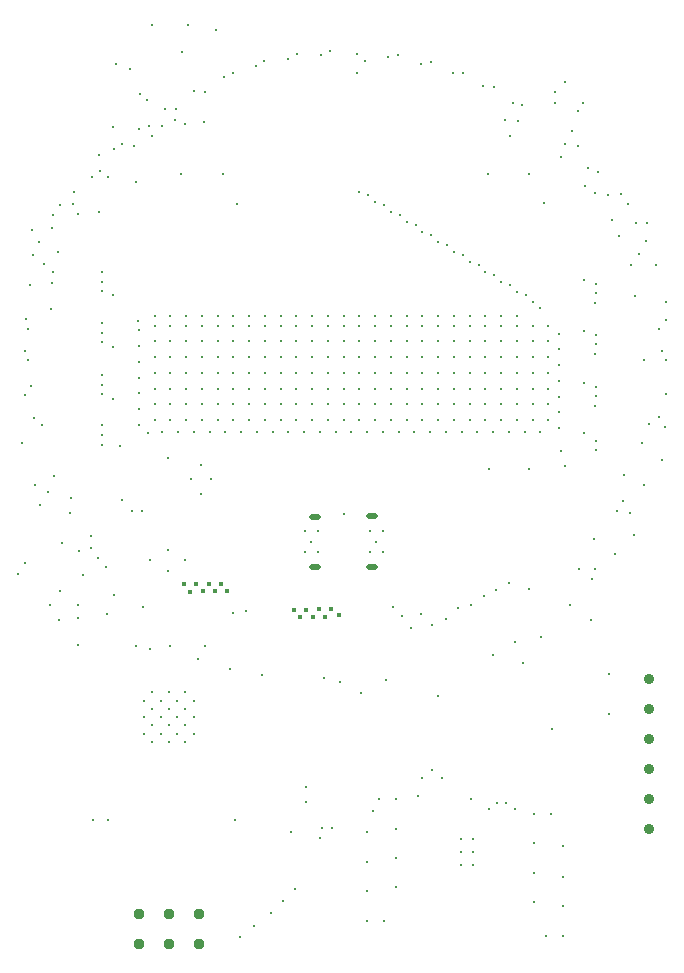
<source format=gbr>
%TF.GenerationSoftware,Altium Limited,Altium Designer,25.4.2 (15)*%
G04 Layer_Color=0*
%FSLAX45Y45*%
%MOMM*%
%TF.SameCoordinates,81630B90-A891-4B4D-9F54-97E9C8775566*%
%TF.FilePolarity,Positive*%
%TF.FileFunction,Plated,1,4,PTH,Drill*%
%TF.Part,Single*%
G01*
G75*
%TA.AperFunction,ComponentDrill*%
%ADD145C,0.30000*%
%ADD146C,0.95000*%
%ADD147O,1.00000X0.50000*%
%TA.AperFunction,ViaDrill,NotFilled*%
%ADD148C,0.30000*%
%ADD149C,0.40000*%
%ADD150C,0.90000*%
D145*
X1521080Y2295480D02*
D03*
X1381080D02*
D03*
X1731080Y2225480D02*
D03*
X1661080Y2295480D02*
D03*
Y2155480D02*
D03*
X1591080Y2225480D02*
D03*
Y2085480D02*
D03*
X1731080D02*
D03*
X1661080Y2015480D02*
D03*
X1731080Y1945480D02*
D03*
X1661080Y1875480D02*
D03*
X1591080Y1945480D02*
D03*
X1451080Y2225480D02*
D03*
X1381080Y2155480D02*
D03*
X1521080D02*
D03*
X1451080Y2085480D02*
D03*
X1311080Y2225480D02*
D03*
Y2085480D02*
D03*
X1521080Y2015480D02*
D03*
X1381080D02*
D03*
X1521080Y1875480D02*
D03*
X1451080Y1945480D02*
D03*
X1311080D02*
D03*
X1381080Y1875480D02*
D03*
D146*
X1520000Y163496D02*
D03*
Y417496D02*
D03*
X1774000D02*
D03*
X1266000Y163496D02*
D03*
X1774000D02*
D03*
X1266000Y417496D02*
D03*
D147*
X3240000Y3787200D02*
D03*
X2760000Y3784700D02*
D03*
X3240000Y3359700D02*
D03*
X2760000D02*
D03*
D148*
X4230583Y1308162D02*
D03*
X3799372Y2267908D02*
D03*
X1794100Y3978437D02*
D03*
X588454Y2910289D02*
D03*
X1110613Y4382221D02*
D03*
X952480Y4472909D02*
D03*
Y4390410D02*
D03*
X957368Y4555410D02*
D03*
X952480Y4901196D02*
D03*
Y4818697D02*
D03*
X957368Y4983697D02*
D03*
X1050700Y4783697D02*
D03*
X952480Y5341659D02*
D03*
Y5259160D02*
D03*
X957368Y5424159D02*
D03*
X1050700Y5224159D02*
D03*
Y5656200D02*
D03*
X957368Y5856200D02*
D03*
X952480Y5691200D02*
D03*
Y5773699D02*
D03*
X4875000Y4215331D02*
D03*
X4837781Y4340331D02*
D03*
X5540000Y5111294D02*
D03*
X448417Y4555599D02*
D03*
X5135000Y4427830D02*
D03*
Y4883617D02*
D03*
Y5324080D02*
D03*
Y5756120D02*
D03*
Y5673621D02*
D03*
Y5241581D02*
D03*
Y4801118D02*
D03*
Y4345331D02*
D03*
X5130112Y5591121D02*
D03*
Y5159080D02*
D03*
Y4718618D02*
D03*
X5036780Y4490331D02*
D03*
Y4918618D02*
D03*
Y5359080D02*
D03*
Y5791120D02*
D03*
X5330037Y6157311D02*
D03*
X5478413Y6265966D02*
D03*
X5345537Y6511415D02*
D03*
X4981841Y7220770D02*
D03*
X4931025Y7052041D02*
D03*
X4873869Y7464545D02*
D03*
X4792500Y7379632D02*
D03*
X1337165Y7309487D02*
D03*
X1766437Y2581397D02*
D03*
X1360752Y2663246D02*
D03*
X995992Y2956838D02*
D03*
X1300256Y3022674D02*
D03*
X985320Y3353614D02*
D03*
X791370Y3291345D02*
D03*
X862547Y3520872D02*
D03*
X612903Y3562203D02*
D03*
X686389Y3818024D02*
D03*
X387465Y4052890D02*
D03*
X523568Y5542411D02*
D03*
X585739Y6024686D02*
D03*
X931822Y6359519D02*
D03*
X1342383Y4492298D02*
D03*
X1257616Y5443567D02*
D03*
X4477093Y7129631D02*
D03*
X4514660Y7270806D02*
D03*
X4270625Y7419467D02*
D03*
X4010033Y7538965D02*
D03*
X3739875Y7630917D02*
D03*
X3460231Y7694779D02*
D03*
X3179701Y7643629D02*
D03*
X2888223Y7727112D02*
D03*
X2606612Y7701647D02*
D03*
X2325562Y7645653D02*
D03*
X2062491Y7539428D02*
D03*
X1826804Y7375609D02*
D03*
X1658205Y7104637D02*
D03*
X1578306Y7237303D02*
D03*
X1352535Y7089617D02*
D03*
X1222503Y6924537D02*
D03*
X1052896Y6895886D02*
D03*
X925506Y6846508D02*
D03*
X940202Y6711592D02*
D03*
X714414Y6534287D02*
D03*
X751193Y6347043D02*
D03*
X600736Y6418374D02*
D03*
X530518Y6231137D02*
D03*
X374509Y5994881D02*
D03*
X538345Y5855567D02*
D03*
X348873Y5748570D02*
D03*
X329927Y5106555D02*
D03*
X353319Y4890343D02*
D03*
X381182Y4615055D02*
D03*
X4981655Y6923131D02*
D03*
X5155269Y6698351D02*
D03*
X5125813Y6522412D02*
D03*
X5275896Y6296487D02*
D03*
X5562424Y6115151D02*
D03*
X5645932Y5912406D02*
D03*
X5729772Y5602924D02*
D03*
X5730398Y5450484D02*
D03*
X5733535Y5111294D02*
D03*
X5731674Y4824595D02*
D03*
X5720920Y4539010D02*
D03*
X5547753Y4049346D02*
D03*
X5370018Y3915462D02*
D03*
X5301890Y3467626D02*
D03*
X5099876Y3255436D02*
D03*
X4917484Y3031648D02*
D03*
X4453887Y2722320D02*
D03*
X3357298Y2398160D02*
D03*
X3146059Y2292894D02*
D03*
X2972966Y2380497D02*
D03*
X2830904Y2414903D02*
D03*
X2310688Y2440124D02*
D03*
X2036157Y2495533D02*
D03*
X1829917Y2688232D02*
D03*
X1530652Y2689703D02*
D03*
X1242896Y2685419D02*
D03*
X2815477Y1146740D02*
D03*
X1709719Y4100000D02*
D03*
X5530075Y4408962D02*
D03*
X5470492Y5653189D02*
D03*
X5570273Y6267573D02*
D03*
X5406718Y6430782D02*
D03*
X5044868Y6579518D02*
D03*
X4844007Y6825782D02*
D03*
X425415Y6105031D02*
D03*
X530111Y5758982D02*
D03*
X2061305Y2972035D02*
D03*
X2177803Y2981108D02*
D03*
X5692500Y4261189D02*
D03*
X5313887Y3828224D02*
D03*
X4673011Y2767256D02*
D03*
X4995000Y3342500D02*
D03*
X695211Y3938353D02*
D03*
X859596Y3622773D02*
D03*
X921052Y3436406D02*
D03*
X4449417Y1308162D02*
D03*
X3665276Y1570176D02*
D03*
X1359574Y3414891D02*
D03*
X1660993Y3415509D02*
D03*
X1509974Y3321687D02*
D03*
X1509283Y3498845D02*
D03*
X1878482Y4100000D02*
D03*
X1794100Y4221563D02*
D03*
X1291599Y3829890D02*
D03*
X1209425D02*
D03*
X1125374Y3921300D02*
D03*
X1683621Y7945170D02*
D03*
X1376878Y7944471D02*
D03*
X4763995Y1984977D02*
D03*
X3574584Y2841046D02*
D03*
X2100000Y6427501D02*
D03*
X1621726Y6684999D02*
D03*
X1976237D02*
D03*
X4226953Y6685000D02*
D03*
X4574117D02*
D03*
X4570386Y4185000D02*
D03*
X4230180D02*
D03*
X4412004Y7005069D02*
D03*
X4700000Y6437500D02*
D03*
X4520000Y2542500D02*
D03*
X2553480Y1116450D02*
D03*
X2678480Y1363980D02*
D03*
Y1490980D02*
D03*
X5249430Y2452422D02*
D03*
Y2116215D02*
D03*
X1821923Y7122748D02*
D03*
X1461328Y7092234D02*
D03*
X1009466Y6657998D02*
D03*
X540325Y6334644D02*
D03*
X3632500Y1422500D02*
D03*
X244131Y3295000D02*
D03*
X306237Y3395000D02*
D03*
X749080Y2698684D02*
D03*
Y2922555D02*
D03*
X596076Y3155000D02*
D03*
X513392Y3036598D02*
D03*
X1003080Y1215000D02*
D03*
X876080D02*
D03*
X1071997Y7614612D02*
D03*
X1921202Y7901124D02*
D03*
X1632500Y7715000D02*
D03*
X1195000Y7575000D02*
D03*
X1274953Y7361189D02*
D03*
X747500Y3035000D02*
D03*
X2804212Y1064600D02*
D03*
X2900149Y1150000D02*
D03*
X3414701Y3017209D02*
D03*
X3493522Y2940281D02*
D03*
X3657993Y2958309D02*
D03*
X3866664Y2919790D02*
D03*
X3746337Y2862919D02*
D03*
X3966760Y3008922D02*
D03*
X4077065Y3038800D02*
D03*
X4187175Y3107856D02*
D03*
X4288889Y3161972D02*
D03*
X4398072Y3219429D02*
D03*
X4569269Y3174402D02*
D03*
X3245018Y1292402D02*
D03*
X2077715Y1218827D02*
D03*
X2119794Y222221D02*
D03*
X2590000Y627500D02*
D03*
X2485692Y525290D02*
D03*
X2237593Y316879D02*
D03*
X2386734Y430306D02*
D03*
X4333733Y5481029D02*
D03*
X4200402D02*
D03*
X4067072D02*
D03*
X3933742D02*
D03*
X3800413D02*
D03*
X3667083D02*
D03*
X3533753D02*
D03*
X3400423D02*
D03*
X3267093D02*
D03*
X3133763D02*
D03*
X4665930Y4496752D02*
D03*
X4532600D02*
D03*
X4399270D02*
D03*
X4265940D02*
D03*
X4132611D02*
D03*
X3999281D02*
D03*
X3865951D02*
D03*
X3732621D02*
D03*
X3599291D02*
D03*
X3465961D02*
D03*
X3332631D02*
D03*
X3199301D02*
D03*
X3065971D02*
D03*
X2932641D02*
D03*
X1466011D02*
D03*
X1599341D02*
D03*
X1732671D02*
D03*
X1866001D02*
D03*
X1999331D02*
D03*
X2132661D02*
D03*
X2265991D02*
D03*
X2399321D02*
D03*
X2532651D02*
D03*
X2665981D02*
D03*
X2799311D02*
D03*
X4100000Y837500D02*
D03*
X3990000D02*
D03*
X4100000Y947500D02*
D03*
X3990000D02*
D03*
X3990000Y1057500D02*
D03*
X4100000D02*
D03*
X432917Y3884730D02*
D03*
X310851Y5460367D02*
D03*
X548684Y4129399D02*
D03*
X278753Y4404727D02*
D03*
X357904Y6207452D02*
D03*
X1245000Y6620000D02*
D03*
X5374269Y4140047D02*
D03*
X5432669Y5917242D02*
D03*
X5455000Y3630000D02*
D03*
X4267573Y2616042D02*
D03*
X1514100Y4279422D02*
D03*
X5097500Y2912500D02*
D03*
X1571503Y7138523D02*
D03*
X3000000Y3802499D02*
D03*
X1376354Y7005037D02*
D03*
X1045000Y7082500D02*
D03*
X5030000Y7290000D02*
D03*
X5238408Y6509821D02*
D03*
X4792501Y7290000D02*
D03*
X4467063Y5481029D02*
D03*
X3000003Y5480705D02*
D03*
X4664630Y5552570D02*
D03*
X4542743Y5660014D02*
D03*
X4409566Y5745015D02*
D03*
X4276389Y5830016D02*
D03*
X4143212Y5915017D02*
D03*
X3477175Y6340021D02*
D03*
X3134558Y6536005D02*
D03*
X3267888Y6451004D02*
D03*
X3401065Y6366004D02*
D03*
X3343998Y6425022D02*
D03*
X3210668Y6510023D02*
D03*
X4599963Y5603497D02*
D03*
X4466632Y5685997D02*
D03*
X4333456Y5770998D02*
D03*
X4200279Y5855998D02*
D03*
X3534242Y6281003D02*
D03*
X3667419Y6196002D02*
D03*
X3800595Y6111001D02*
D03*
X3933926Y6026000D02*
D03*
X4067102Y5940999D02*
D03*
X4010036Y6000018D02*
D03*
X3876705Y6085019D02*
D03*
X3743529Y6170019D02*
D03*
X3610352Y6255020D02*
D03*
X3750000Y1635000D02*
D03*
X4377501Y1358642D02*
D03*
X4302501D02*
D03*
X4082500Y1388858D02*
D03*
X3832500Y1567500D02*
D03*
X2725000Y3572200D02*
D03*
X3275000D02*
D03*
X3220000Y3482200D02*
D03*
X3330000D02*
D03*
X3220000Y3662200D02*
D03*
X3330000D02*
D03*
X2670000Y3482200D02*
D03*
X2780001D02*
D03*
Y3662200D02*
D03*
X2670000D02*
D03*
X3443059Y646271D02*
D03*
X3199441Y1116714D02*
D03*
X3199441Y859198D02*
D03*
X3443059Y1141714D02*
D03*
X3443060Y894432D02*
D03*
X3199441Y611270D02*
D03*
X3199441Y362187D02*
D03*
X3345559D02*
D03*
X3296941Y1390985D02*
D03*
X3443059D02*
D03*
X4857392Y237188D02*
D03*
X4756118Y1265985D02*
D03*
X4853619Y991715D02*
D03*
X4853645Y734198D02*
D03*
X4853619Y486271D02*
D03*
X4711273Y237188D02*
D03*
X4610002Y521271D02*
D03*
X4608210Y769432D02*
D03*
X4610000Y1016715D02*
D03*
X4609999Y1265985D02*
D03*
X4819993Y5332489D02*
D03*
X1933363Y5399990D02*
D03*
X3666653D02*
D03*
Y5266660D02*
D03*
X1933363D02*
D03*
X3666653Y5133330D02*
D03*
X1933363D02*
D03*
X3666653Y5000000D02*
D03*
X1933363D02*
D03*
X3666653Y4866670D02*
D03*
X1933363D02*
D03*
X3666653Y4733340D02*
D03*
X1933363D02*
D03*
X3666653Y4600010D02*
D03*
X1933363D02*
D03*
X4430782Y7289729D02*
D03*
X1267510Y5359990D02*
D03*
X1124423Y6942217D02*
D03*
X1267510Y5226660D02*
D03*
X4819994Y5199159D02*
D03*
X1267510Y5093330D02*
D03*
X5673730Y5375767D02*
D03*
X4819993Y5065829D02*
D03*
X1267510Y4960000D02*
D03*
X306577Y5188342D02*
D03*
X4819992Y4932499D02*
D03*
X1267510Y4826670D02*
D03*
X4819993Y4799169D02*
D03*
X1267510Y4693340D02*
D03*
X4819993Y4665839D02*
D03*
X1267510Y4560010D02*
D03*
X1057783Y3124423D02*
D03*
X4819993Y4532509D02*
D03*
X5118070Y3598080D02*
D03*
X1400043Y5399990D02*
D03*
X3133333D02*
D03*
Y5266660D02*
D03*
X1400043D02*
D03*
X3133333Y5133330D02*
D03*
X1400043D02*
D03*
X3133333Y5000000D02*
D03*
X1400043D02*
D03*
X3133333Y4866670D02*
D03*
X1400043D02*
D03*
X3133333Y4733340D02*
D03*
X1400043D02*
D03*
X3133333Y4600010D02*
D03*
X1400043D02*
D03*
X3375767Y7673723D02*
D03*
X1533374Y5399990D02*
D03*
X3266663D02*
D03*
Y5266660D02*
D03*
X1533374D02*
D03*
X3266663Y5133330D02*
D03*
X1533374D02*
D03*
X3266663Y5000000D02*
D03*
X1533374D02*
D03*
X3266663Y4866670D02*
D03*
X1533374D02*
D03*
X3266663Y4733340D02*
D03*
X1533374D02*
D03*
X3266663Y4600010D02*
D03*
X1533374D02*
D03*
X3653189Y7619798D02*
D03*
X1666704Y5399990D02*
D03*
X3399993D02*
D03*
Y5266660D02*
D03*
X1666704D02*
D03*
X3399993Y5133330D02*
D03*
X1666704D02*
D03*
X3399993Y5000000D02*
D03*
X1666704D02*
D03*
X3399993Y4866670D02*
D03*
X1666704D02*
D03*
X3399993Y4733340D02*
D03*
X1666704D02*
D03*
X3399993Y4600010D02*
D03*
X1666704D02*
D03*
X3923454Y7537170D02*
D03*
X1800033Y5399990D02*
D03*
X3533323D02*
D03*
Y5266660D02*
D03*
X1800033D02*
D03*
X3533323Y5133330D02*
D03*
X1800033D02*
D03*
X3533323Y5000000D02*
D03*
X1800033D02*
D03*
X3533323Y4866670D02*
D03*
X1800033D02*
D03*
X3533323Y4733340D02*
D03*
X1800033D02*
D03*
X3533323Y4600010D02*
D03*
X1800033D02*
D03*
X4183602Y7426744D02*
D03*
X2066694Y5399990D02*
D03*
X3799983D02*
D03*
Y5266660D02*
D03*
X2066694D02*
D03*
X3799983Y5133330D02*
D03*
X2066694D02*
D03*
X3799983Y5000000D02*
D03*
X2066694D02*
D03*
X3799983Y4866670D02*
D03*
X2066694D02*
D03*
X3799983Y4733340D02*
D03*
X2066694D02*
D03*
X3799983Y4600010D02*
D03*
X2066694D02*
D03*
X4364741Y7142214D02*
D03*
X2200024Y5399990D02*
D03*
X3933313D02*
D03*
Y5266660D02*
D03*
X2200024D02*
D03*
X3933313Y5133330D02*
D03*
X2200024D02*
D03*
X3933313Y5000000D02*
D03*
X2200024D02*
D03*
X3933313Y4866670D02*
D03*
X2200024D02*
D03*
X3933313Y4733340D02*
D03*
X2200024D02*
D03*
X3933313Y4600010D02*
D03*
X2200024D02*
D03*
X2333353Y5399990D02*
D03*
X4066643D02*
D03*
Y5266660D02*
D03*
X2333353D02*
D03*
X4066643Y5133330D02*
D03*
X2333353D02*
D03*
X4066643Y5000000D02*
D03*
X2333353D02*
D03*
X4066643Y4866670D02*
D03*
X2333353D02*
D03*
X4066643Y4733340D02*
D03*
X2333353D02*
D03*
X4066643Y4600010D02*
D03*
X2333353D02*
D03*
X2255779Y7595406D02*
D03*
X2466683Y5399990D02*
D03*
X4199973D02*
D03*
Y5266660D02*
D03*
X2466683D02*
D03*
X4199973Y5133330D02*
D03*
X2466683D02*
D03*
X4199973Y5000000D02*
D03*
X2466683D02*
D03*
X4199973Y4866670D02*
D03*
X2466683D02*
D03*
X4199973Y4733340D02*
D03*
X2466683D02*
D03*
X4199973Y4600010D02*
D03*
X2466683D02*
D03*
X1988562Y7503396D02*
D03*
X2600014Y5399990D02*
D03*
X4333303D02*
D03*
Y5266660D02*
D03*
X2600014D02*
D03*
X4333303Y5133330D02*
D03*
X2600014D02*
D03*
X4333303Y5000000D02*
D03*
X2600014D02*
D03*
X4333303Y4866670D02*
D03*
X2600014D02*
D03*
X4333303Y4733340D02*
D03*
X2600014D02*
D03*
X4333303Y4600010D02*
D03*
X2600014D02*
D03*
X2531150Y7658981D02*
D03*
X2733344Y5399990D02*
D03*
X4466633D02*
D03*
Y5266660D02*
D03*
X2733344D02*
D03*
X4466633Y5133330D02*
D03*
X2733344D02*
D03*
X4466633Y5000000D02*
D03*
X2733344D02*
D03*
X4466633Y4866670D02*
D03*
X2733344D02*
D03*
X4466633Y4733340D02*
D03*
X2733344D02*
D03*
X4466633Y4600010D02*
D03*
X2733344D02*
D03*
X2811658Y7693423D02*
D03*
X2866673Y5399990D02*
D03*
X4599963D02*
D03*
Y5266660D02*
D03*
X2866673D02*
D03*
X4599963Y5133330D02*
D03*
X2866673D02*
D03*
X4599963Y5000000D02*
D03*
X2866673D02*
D03*
X4599963Y4866670D02*
D03*
X2866673D02*
D03*
X4599963Y4733340D02*
D03*
X2866673D02*
D03*
X4599963Y4600010D02*
D03*
X2866673D02*
D03*
X3117773Y7697430D02*
D03*
X3000003Y5399990D02*
D03*
Y5266660D02*
D03*
Y5133330D02*
D03*
Y5000000D02*
D03*
Y4866670D02*
D03*
Y4733340D02*
D03*
Y4600010D02*
D03*
X4733293Y5399990D02*
D03*
Y5266660D02*
D03*
Y5133330D02*
D03*
X4733292Y5000000D02*
D03*
Y4866670D02*
D03*
Y4733340D02*
D03*
Y4600010D02*
D03*
X3110793Y7537582D02*
D03*
X872371Y6662286D02*
D03*
X5127635Y3337714D02*
D03*
X5426750Y3816398D02*
D03*
X5673730Y4624233D02*
D03*
X5693429Y5188342D02*
D03*
X5503403Y6011438D02*
D03*
X1732427Y7383958D02*
D03*
X5068326Y6735526D02*
D03*
X1264474Y7068320D02*
D03*
X710271Y6430782D02*
D03*
X462830Y5923454D02*
D03*
X326277Y5375767D02*
D03*
X306577Y4811657D02*
D03*
X496604Y3988562D02*
D03*
X761599Y3490179D02*
D03*
X4875584Y6942217D02*
D03*
X1490179Y7238401D02*
D03*
X5582931Y4569921D02*
D03*
X1933363Y5480705D02*
D03*
X1800033D02*
D03*
X2200024D02*
D03*
X2066694D02*
D03*
X2866673D02*
D03*
X2466683D02*
D03*
X2333353D02*
D03*
X2733344D02*
D03*
X2600014D02*
D03*
X1666704D02*
D03*
X1533374D02*
D03*
X1400043D02*
D03*
D149*
X2958457Y2952866D02*
D03*
X2891535Y2999070D02*
D03*
X2840662Y2936322D02*
D03*
X2790098Y2998867D02*
D03*
X2739794Y2936216D02*
D03*
X2683150Y2993210D02*
D03*
X2632488Y2930592D02*
D03*
X2581968Y2997323D02*
D03*
X1649999Y3215000D02*
D03*
X1700519Y3148268D02*
D03*
X1751181Y3210886D02*
D03*
X1807825Y3153893D02*
D03*
X1858129Y3216543D02*
D03*
X1908694Y3153999D02*
D03*
X1959567Y3216747D02*
D03*
X2011488Y3155543D02*
D03*
D150*
X5588000Y2413000D02*
D03*
Y2159000D02*
D03*
Y1143000D02*
D03*
Y1905000D02*
D03*
Y1651000D02*
D03*
Y1397000D02*
D03*
%TF.MD5,31661c1de74caf381bf3554a86c4593a*%
M02*

</source>
